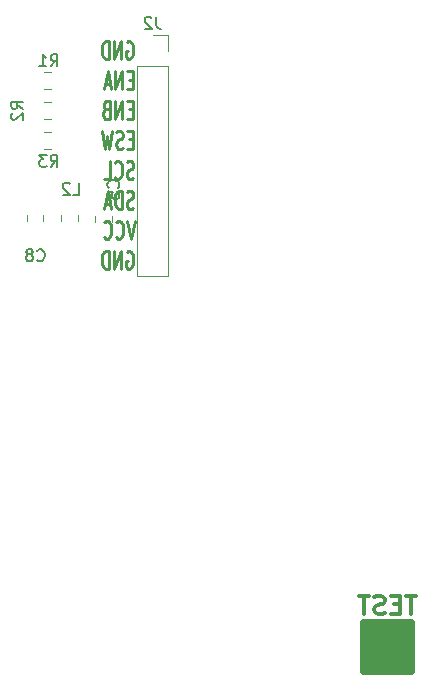
<source format=gbr>
G04 #@! TF.GenerationSoftware,KiCad,Pcbnew,(5.1.10)-1*
G04 #@! TF.CreationDate,2021-10-17T14:46:43-04:00*
G04 #@! TF.ProjectId,ArduinoInABox,41726475-696e-46f4-996e-41426f782e6b,1*
G04 #@! TF.SameCoordinates,Original*
G04 #@! TF.FileFunction,Legend,Bot*
G04 #@! TF.FilePolarity,Positive*
%FSLAX46Y46*%
G04 Gerber Fmt 4.6, Leading zero omitted, Abs format (unit mm)*
G04 Created by KiCad (PCBNEW (5.1.10)-1) date 2021-10-17 14:46:43*
%MOMM*%
%LPD*%
G01*
G04 APERTURE LIST*
%ADD10C,0.250000*%
%ADD11C,0.120000*%
%ADD12C,0.650000*%
%ADD13C,0.150000*%
%ADD14C,0.304800*%
G04 APERTURE END LIST*
D10*
X106945595Y-39182000D02*
X107040833Y-39109428D01*
X107183690Y-39109428D01*
X107326547Y-39182000D01*
X107421785Y-39327142D01*
X107469404Y-39472285D01*
X107517023Y-39762571D01*
X107517023Y-39980285D01*
X107469404Y-40270571D01*
X107421785Y-40415714D01*
X107326547Y-40560857D01*
X107183690Y-40633428D01*
X107088452Y-40633428D01*
X106945595Y-40560857D01*
X106897976Y-40488285D01*
X106897976Y-39980285D01*
X107088452Y-39980285D01*
X106469404Y-40633428D02*
X106469404Y-39109428D01*
X105897976Y-40633428D01*
X105897976Y-39109428D01*
X105421785Y-40633428D02*
X105421785Y-39109428D01*
X105183690Y-39109428D01*
X105040833Y-39182000D01*
X104945595Y-39327142D01*
X104897976Y-39472285D01*
X104850357Y-39762571D01*
X104850357Y-39980285D01*
X104897976Y-40270571D01*
X104945595Y-40415714D01*
X105040833Y-40560857D01*
X105183690Y-40633428D01*
X105421785Y-40633428D01*
X107469404Y-42371142D02*
X107136071Y-42371142D01*
X106993214Y-43169428D02*
X107469404Y-43169428D01*
X107469404Y-41645428D01*
X106993214Y-41645428D01*
X106564642Y-43169428D02*
X106564642Y-41645428D01*
X105993214Y-43169428D01*
X105993214Y-41645428D01*
X105564642Y-42734000D02*
X105088452Y-42734000D01*
X105659880Y-43169428D02*
X105326547Y-41645428D01*
X104993214Y-43169428D01*
X107469404Y-44907142D02*
X107136071Y-44907142D01*
X106993214Y-45705428D02*
X107469404Y-45705428D01*
X107469404Y-44181428D01*
X106993214Y-44181428D01*
X106564642Y-45705428D02*
X106564642Y-44181428D01*
X105993214Y-45705428D01*
X105993214Y-44181428D01*
X105183690Y-44907142D02*
X105040833Y-44979714D01*
X104993214Y-45052285D01*
X104945595Y-45197428D01*
X104945595Y-45415142D01*
X104993214Y-45560285D01*
X105040833Y-45632857D01*
X105136071Y-45705428D01*
X105517023Y-45705428D01*
X105517023Y-44181428D01*
X105183690Y-44181428D01*
X105088452Y-44254000D01*
X105040833Y-44326571D01*
X104993214Y-44471714D01*
X104993214Y-44616857D01*
X105040833Y-44762000D01*
X105088452Y-44834571D01*
X105183690Y-44907142D01*
X105517023Y-44907142D01*
X107469404Y-47443142D02*
X107136071Y-47443142D01*
X106993214Y-48241428D02*
X107469404Y-48241428D01*
X107469404Y-46717428D01*
X106993214Y-46717428D01*
X106612261Y-48168857D02*
X106469404Y-48241428D01*
X106231309Y-48241428D01*
X106136071Y-48168857D01*
X106088452Y-48096285D01*
X106040833Y-47951142D01*
X106040833Y-47806000D01*
X106088452Y-47660857D01*
X106136071Y-47588285D01*
X106231309Y-47515714D01*
X106421785Y-47443142D01*
X106517023Y-47370571D01*
X106564642Y-47298000D01*
X106612261Y-47152857D01*
X106612261Y-47007714D01*
X106564642Y-46862571D01*
X106517023Y-46790000D01*
X106421785Y-46717428D01*
X106183690Y-46717428D01*
X106040833Y-46790000D01*
X105707500Y-46717428D02*
X105469404Y-48241428D01*
X105278928Y-47152857D01*
X105088452Y-48241428D01*
X104850357Y-46717428D01*
X107517023Y-50704857D02*
X107374166Y-50777428D01*
X107136071Y-50777428D01*
X107040833Y-50704857D01*
X106993214Y-50632285D01*
X106945595Y-50487142D01*
X106945595Y-50342000D01*
X106993214Y-50196857D01*
X107040833Y-50124285D01*
X107136071Y-50051714D01*
X107326547Y-49979142D01*
X107421785Y-49906571D01*
X107469404Y-49834000D01*
X107517023Y-49688857D01*
X107517023Y-49543714D01*
X107469404Y-49398571D01*
X107421785Y-49326000D01*
X107326547Y-49253428D01*
X107088452Y-49253428D01*
X106945595Y-49326000D01*
X105945595Y-50632285D02*
X105993214Y-50704857D01*
X106136071Y-50777428D01*
X106231309Y-50777428D01*
X106374166Y-50704857D01*
X106469404Y-50559714D01*
X106517023Y-50414571D01*
X106564642Y-50124285D01*
X106564642Y-49906571D01*
X106517023Y-49616285D01*
X106469404Y-49471142D01*
X106374166Y-49326000D01*
X106231309Y-49253428D01*
X106136071Y-49253428D01*
X105993214Y-49326000D01*
X105945595Y-49398571D01*
X105040833Y-50777428D02*
X105517023Y-50777428D01*
X105517023Y-49253428D01*
X107517023Y-53240857D02*
X107374166Y-53313428D01*
X107136071Y-53313428D01*
X107040833Y-53240857D01*
X106993214Y-53168285D01*
X106945595Y-53023142D01*
X106945595Y-52878000D01*
X106993214Y-52732857D01*
X107040833Y-52660285D01*
X107136071Y-52587714D01*
X107326547Y-52515142D01*
X107421785Y-52442571D01*
X107469404Y-52370000D01*
X107517023Y-52224857D01*
X107517023Y-52079714D01*
X107469404Y-51934571D01*
X107421785Y-51862000D01*
X107326547Y-51789428D01*
X107088452Y-51789428D01*
X106945595Y-51862000D01*
X106517023Y-53313428D02*
X106517023Y-51789428D01*
X106278928Y-51789428D01*
X106136071Y-51862000D01*
X106040833Y-52007142D01*
X105993214Y-52152285D01*
X105945595Y-52442571D01*
X105945595Y-52660285D01*
X105993214Y-52950571D01*
X106040833Y-53095714D01*
X106136071Y-53240857D01*
X106278928Y-53313428D01*
X106517023Y-53313428D01*
X105564642Y-52878000D02*
X105088452Y-52878000D01*
X105659880Y-53313428D02*
X105326547Y-51789428D01*
X104993214Y-53313428D01*
X107612261Y-54325428D02*
X107278928Y-55849428D01*
X106945595Y-54325428D01*
X106040833Y-55704285D02*
X106088452Y-55776857D01*
X106231309Y-55849428D01*
X106326547Y-55849428D01*
X106469404Y-55776857D01*
X106564642Y-55631714D01*
X106612261Y-55486571D01*
X106659880Y-55196285D01*
X106659880Y-54978571D01*
X106612261Y-54688285D01*
X106564642Y-54543142D01*
X106469404Y-54398000D01*
X106326547Y-54325428D01*
X106231309Y-54325428D01*
X106088452Y-54398000D01*
X106040833Y-54470571D01*
X105040833Y-55704285D02*
X105088452Y-55776857D01*
X105231309Y-55849428D01*
X105326547Y-55849428D01*
X105469404Y-55776857D01*
X105564642Y-55631714D01*
X105612261Y-55486571D01*
X105659880Y-55196285D01*
X105659880Y-54978571D01*
X105612261Y-54688285D01*
X105564642Y-54543142D01*
X105469404Y-54398000D01*
X105326547Y-54325428D01*
X105231309Y-54325428D01*
X105088452Y-54398000D01*
X105040833Y-54470571D01*
X106945595Y-56934000D02*
X107040833Y-56861428D01*
X107183690Y-56861428D01*
X107326547Y-56934000D01*
X107421785Y-57079142D01*
X107469404Y-57224285D01*
X107517023Y-57514571D01*
X107517023Y-57732285D01*
X107469404Y-58022571D01*
X107421785Y-58167714D01*
X107326547Y-58312857D01*
X107183690Y-58385428D01*
X107088452Y-58385428D01*
X106945595Y-58312857D01*
X106897976Y-58240285D01*
X106897976Y-57732285D01*
X107088452Y-57732285D01*
X106469404Y-58385428D02*
X106469404Y-56861428D01*
X105897976Y-58385428D01*
X105897976Y-56861428D01*
X105421785Y-58385428D02*
X105421785Y-56861428D01*
X105183690Y-56861428D01*
X105040833Y-56934000D01*
X104945595Y-57079142D01*
X104897976Y-57224285D01*
X104850357Y-57514571D01*
X104850357Y-57732285D01*
X104897976Y-58022571D01*
X104945595Y-58167714D01*
X105040833Y-58312857D01*
X105183690Y-58385428D01*
X105421785Y-58385428D01*
D11*
X110470000Y-38600000D02*
X109140000Y-38600000D01*
X110470000Y-39930000D02*
X110470000Y-38600000D01*
X110470000Y-41200000D02*
X107810000Y-41200000D01*
X107810000Y-41200000D02*
X107810000Y-59040000D01*
X110470000Y-41200000D02*
X110470000Y-59040000D01*
X110470000Y-59040000D02*
X107810000Y-59040000D01*
X99988748Y-44300000D02*
X100511252Y-44300000D01*
X99988748Y-45720000D02*
X100511252Y-45720000D01*
X99988748Y-41760000D02*
X100511252Y-41760000D01*
X99988748Y-43180000D02*
X100511252Y-43180000D01*
X99988748Y-46840000D02*
X100511252Y-46840000D01*
X99988748Y-48260000D02*
X100511252Y-48260000D01*
D12*
X127032000Y-91924000D02*
X131032000Y-91924000D01*
X127032000Y-91424000D02*
X127032000Y-91924000D01*
X131032000Y-91424000D02*
X127032000Y-91424000D01*
X131032000Y-90924000D02*
X131032000Y-91424000D01*
X130532000Y-90924000D02*
X131032000Y-90924000D01*
X127032000Y-90924000D02*
X130532000Y-90924000D01*
X127032000Y-90424000D02*
X127032000Y-90924000D01*
X131032000Y-90424000D02*
X127032000Y-90424000D01*
X131032000Y-89924000D02*
X131032000Y-90424000D01*
X127032000Y-89924000D02*
X131032000Y-89924000D01*
X127032000Y-89424000D02*
X127032000Y-89924000D01*
X131032000Y-89424000D02*
X127032000Y-89424000D01*
X131032000Y-88924000D02*
X131032000Y-89424000D01*
X127032000Y-88924000D02*
X131032000Y-88924000D01*
X127032000Y-88424000D02*
X127032000Y-88924000D01*
X127032000Y-92424000D02*
X127032000Y-88424000D01*
X131032000Y-92424000D02*
X127032000Y-92424000D01*
X131032000Y-88424000D02*
X131032000Y-92424000D01*
X127032000Y-88424000D02*
X131032000Y-88424000D01*
D11*
X105688200Y-54414052D02*
X105688200Y-53891548D01*
X104268200Y-54414052D02*
X104268200Y-53891548D01*
X99897000Y-53866148D02*
X99897000Y-54388652D01*
X98477000Y-53866148D02*
X98477000Y-54388652D01*
X102818000Y-54388652D02*
X102818000Y-53866148D01*
X101398000Y-54388652D02*
X101398000Y-53866148D01*
D13*
X109473333Y-37052380D02*
X109473333Y-37766666D01*
X109520952Y-37909523D01*
X109616190Y-38004761D01*
X109759047Y-38052380D01*
X109854285Y-38052380D01*
X109044761Y-37147619D02*
X108997142Y-37100000D01*
X108901904Y-37052380D01*
X108663809Y-37052380D01*
X108568571Y-37100000D01*
X108520952Y-37147619D01*
X108473333Y-37242857D01*
X108473333Y-37338095D01*
X108520952Y-37480952D01*
X109092380Y-38052380D01*
X108473333Y-38052380D01*
X98162380Y-44843333D02*
X97686190Y-44510000D01*
X98162380Y-44271904D02*
X97162380Y-44271904D01*
X97162380Y-44652857D01*
X97210000Y-44748095D01*
X97257619Y-44795714D01*
X97352857Y-44843333D01*
X97495714Y-44843333D01*
X97590952Y-44795714D01*
X97638571Y-44748095D01*
X97686190Y-44652857D01*
X97686190Y-44271904D01*
X97257619Y-45224285D02*
X97210000Y-45271904D01*
X97162380Y-45367142D01*
X97162380Y-45605238D01*
X97210000Y-45700476D01*
X97257619Y-45748095D01*
X97352857Y-45795714D01*
X97448095Y-45795714D01*
X97590952Y-45748095D01*
X98162380Y-45176666D01*
X98162380Y-45795714D01*
X100506666Y-41252380D02*
X100840000Y-40776190D01*
X101078095Y-41252380D02*
X101078095Y-40252380D01*
X100697142Y-40252380D01*
X100601904Y-40300000D01*
X100554285Y-40347619D01*
X100506666Y-40442857D01*
X100506666Y-40585714D01*
X100554285Y-40680952D01*
X100601904Y-40728571D01*
X100697142Y-40776190D01*
X101078095Y-40776190D01*
X99554285Y-41252380D02*
X100125714Y-41252380D01*
X99840000Y-41252380D02*
X99840000Y-40252380D01*
X99935238Y-40395238D01*
X100030476Y-40490476D01*
X100125714Y-40538095D01*
X100506666Y-49752380D02*
X100840000Y-49276190D01*
X101078095Y-49752380D02*
X101078095Y-48752380D01*
X100697142Y-48752380D01*
X100601904Y-48800000D01*
X100554285Y-48847619D01*
X100506666Y-48942857D01*
X100506666Y-49085714D01*
X100554285Y-49180952D01*
X100601904Y-49228571D01*
X100697142Y-49276190D01*
X101078095Y-49276190D01*
X100173333Y-48752380D02*
X99554285Y-48752380D01*
X99887619Y-49133333D01*
X99744761Y-49133333D01*
X99649523Y-49180952D01*
X99601904Y-49228571D01*
X99554285Y-49323809D01*
X99554285Y-49561904D01*
X99601904Y-49657142D01*
X99649523Y-49704761D01*
X99744761Y-49752380D01*
X100030476Y-49752380D01*
X100125714Y-49704761D01*
X100173333Y-49657142D01*
D14*
X131463142Y-86089428D02*
X130592285Y-86089428D01*
X131027714Y-87613428D02*
X131027714Y-86089428D01*
X130084285Y-86815142D02*
X129576285Y-86815142D01*
X129358571Y-87613428D02*
X130084285Y-87613428D01*
X130084285Y-86089428D01*
X129358571Y-86089428D01*
X128778000Y-87540857D02*
X128560285Y-87613428D01*
X128197428Y-87613428D01*
X128052285Y-87540857D01*
X127979714Y-87468285D01*
X127907142Y-87323142D01*
X127907142Y-87178000D01*
X127979714Y-87032857D01*
X128052285Y-86960285D01*
X128197428Y-86887714D01*
X128487714Y-86815142D01*
X128632857Y-86742571D01*
X128705428Y-86670000D01*
X128778000Y-86524857D01*
X128778000Y-86379714D01*
X128705428Y-86234571D01*
X128632857Y-86162000D01*
X128487714Y-86089428D01*
X128124857Y-86089428D01*
X127907142Y-86162000D01*
X127471714Y-86089428D02*
X126600857Y-86089428D01*
X127036285Y-87613428D02*
X127036285Y-86089428D01*
D13*
X106224342Y-51522333D02*
X106271961Y-51474714D01*
X106319580Y-51331857D01*
X106319580Y-51236619D01*
X106271961Y-51093761D01*
X106176723Y-50998523D01*
X106081485Y-50950904D01*
X105891009Y-50903285D01*
X105748152Y-50903285D01*
X105557676Y-50950904D01*
X105462438Y-50998523D01*
X105367200Y-51093761D01*
X105319580Y-51236619D01*
X105319580Y-51331857D01*
X105367200Y-51474714D01*
X105414819Y-51522333D01*
X105319580Y-52427095D02*
X105319580Y-51950904D01*
X105795771Y-51903285D01*
X105748152Y-51950904D01*
X105700533Y-52046142D01*
X105700533Y-52284238D01*
X105748152Y-52379476D01*
X105795771Y-52427095D01*
X105891009Y-52474714D01*
X106129104Y-52474714D01*
X106224342Y-52427095D01*
X106271961Y-52379476D01*
X106319580Y-52284238D01*
X106319580Y-52046142D01*
X106271961Y-51950904D01*
X106224342Y-51903285D01*
X99379066Y-57659542D02*
X99426685Y-57707161D01*
X99569542Y-57754780D01*
X99664780Y-57754780D01*
X99807638Y-57707161D01*
X99902876Y-57611923D01*
X99950495Y-57516685D01*
X99998114Y-57326209D01*
X99998114Y-57183352D01*
X99950495Y-56992876D01*
X99902876Y-56897638D01*
X99807638Y-56802400D01*
X99664780Y-56754780D01*
X99569542Y-56754780D01*
X99426685Y-56802400D01*
X99379066Y-56850019D01*
X98807638Y-57183352D02*
X98902876Y-57135733D01*
X98950495Y-57088114D01*
X98998114Y-56992876D01*
X98998114Y-56945257D01*
X98950495Y-56850019D01*
X98902876Y-56802400D01*
X98807638Y-56754780D01*
X98617161Y-56754780D01*
X98521923Y-56802400D01*
X98474304Y-56850019D01*
X98426685Y-56945257D01*
X98426685Y-56992876D01*
X98474304Y-57088114D01*
X98521923Y-57135733D01*
X98617161Y-57183352D01*
X98807638Y-57183352D01*
X98902876Y-57230971D01*
X98950495Y-57278590D01*
X98998114Y-57373828D01*
X98998114Y-57564304D01*
X98950495Y-57659542D01*
X98902876Y-57707161D01*
X98807638Y-57754780D01*
X98617161Y-57754780D01*
X98521923Y-57707161D01*
X98474304Y-57659542D01*
X98426685Y-57564304D01*
X98426685Y-57373828D01*
X98474304Y-57278590D01*
X98521923Y-57230971D01*
X98617161Y-57183352D01*
X102401666Y-52115980D02*
X102877857Y-52115980D01*
X102877857Y-51115980D01*
X102115952Y-51211219D02*
X102068333Y-51163600D01*
X101973095Y-51115980D01*
X101735000Y-51115980D01*
X101639761Y-51163600D01*
X101592142Y-51211219D01*
X101544523Y-51306457D01*
X101544523Y-51401695D01*
X101592142Y-51544552D01*
X102163571Y-52115980D01*
X101544523Y-52115980D01*
M02*

</source>
